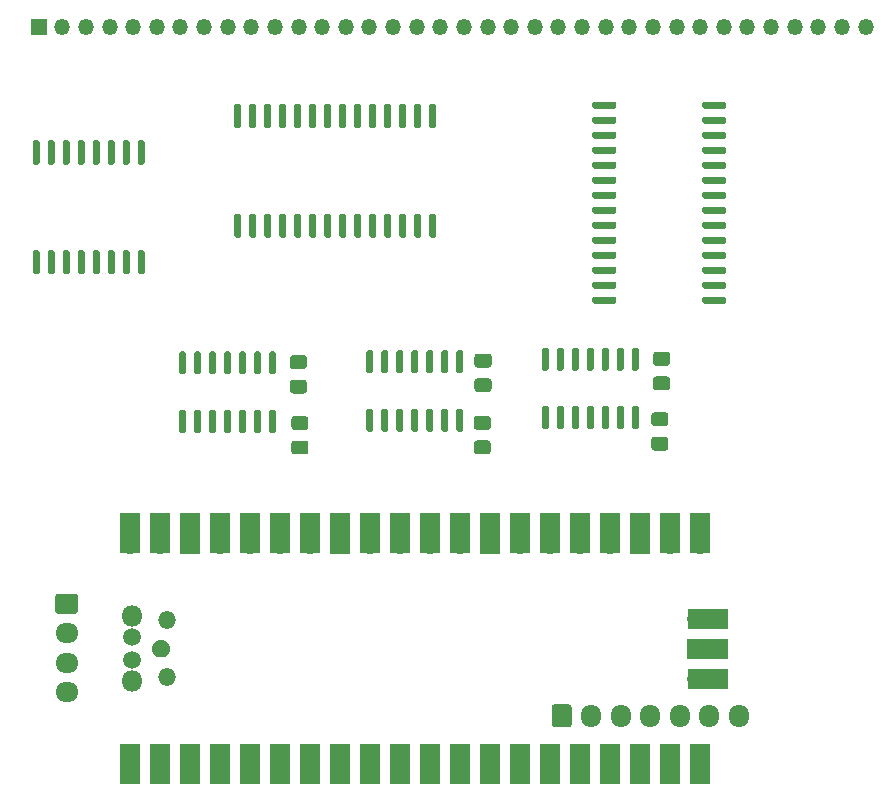
<source format=gbr>
%TF.GenerationSoftware,KiCad,Pcbnew,(5.1.9)-1*%
%TF.CreationDate,2021-04-30T23:03:23+10:00*%
%TF.ProjectId,RedPyKeeb_MCU,52656450-794b-4656-9562-5f4d43552e6b,rev?*%
%TF.SameCoordinates,Original*%
%TF.FileFunction,Soldermask,Bot*%
%TF.FilePolarity,Negative*%
%FSLAX46Y46*%
G04 Gerber Fmt 4.6, Leading zero omitted, Abs format (unit mm)*
G04 Created by KiCad (PCBNEW (5.1.9)-1) date 2021-04-30 23:03:23*
%MOMM*%
%LPD*%
G01*
G04 APERTURE LIST*
%ADD10O,1.700000X1.700000*%
%ADD11R,1.700000X1.700000*%
%ADD12R,1.700000X3.500000*%
%ADD13O,1.800000X1.800000*%
%ADD14O,1.500000X1.500000*%
%ADD15R,3.500000X1.700000*%
%ADD16C,1.500000*%
%ADD17C,0.100000*%
%ADD18O,1.700000X1.950000*%
%ADD19O,1.950000X1.700000*%
%ADD20R,1.350000X1.350000*%
%ADD21O,1.350000X1.350000*%
G04 APERTURE END LIST*
D10*
%TO.C,U0*%
X63628600Y-82089900D03*
X66168600Y-82089900D03*
D11*
X68708600Y-82089900D03*
D10*
X71248600Y-82089900D03*
X73788600Y-82089900D03*
X76328600Y-82089900D03*
X78868600Y-82089900D03*
D11*
X81408600Y-82089900D03*
D10*
X83948600Y-82089900D03*
X86488600Y-82089900D03*
X89028600Y-82089900D03*
X91568600Y-82089900D03*
D11*
X94108600Y-82089900D03*
D10*
X96648600Y-82089900D03*
X99188600Y-82089900D03*
X101728600Y-82089900D03*
X104268600Y-82089900D03*
D11*
X106808600Y-82089900D03*
D10*
X109348600Y-82089900D03*
X111888600Y-82089900D03*
X111888600Y-99869900D03*
X109348600Y-99869900D03*
D11*
X106808600Y-99869900D03*
D10*
X104268600Y-99869900D03*
X101728600Y-99869900D03*
X99188600Y-99869900D03*
X96648600Y-99869900D03*
D11*
X94108600Y-99869900D03*
D10*
X91568600Y-99869900D03*
X89028600Y-99869900D03*
X86488600Y-99869900D03*
X83948600Y-99869900D03*
D11*
X81408600Y-99869900D03*
D10*
X78868600Y-99869900D03*
X76328600Y-99869900D03*
X73788600Y-99869900D03*
X71248600Y-99869900D03*
D11*
X68708600Y-99869900D03*
D10*
X66168600Y-99869900D03*
X63628600Y-99869900D03*
D12*
X63628600Y-81189900D03*
X66168600Y-81189900D03*
X68708600Y-81189900D03*
X71248600Y-81189900D03*
X73788600Y-81189900D03*
X76328600Y-81189900D03*
X78868600Y-81189900D03*
X81408600Y-81189900D03*
X83948600Y-81189900D03*
X86488600Y-81189900D03*
X89028600Y-81189900D03*
X91568600Y-81189900D03*
X94108600Y-81189900D03*
X96648600Y-81189900D03*
X99188600Y-81189900D03*
X101728600Y-81189900D03*
X104268600Y-81189900D03*
X106808600Y-81189900D03*
X109348600Y-81189900D03*
X111888600Y-81189900D03*
X63628600Y-100769900D03*
X66168600Y-100769900D03*
X68708600Y-100769900D03*
X71248600Y-100769900D03*
X73788600Y-100769900D03*
X76328600Y-100769900D03*
X78868600Y-100769900D03*
X81408600Y-100769900D03*
X83948600Y-100769900D03*
X86488600Y-100769900D03*
X89028600Y-100769900D03*
X91568600Y-100769900D03*
X94108600Y-100769900D03*
X96648600Y-100769900D03*
X99188600Y-100769900D03*
X101728600Y-100769900D03*
X104268600Y-100769900D03*
X106808600Y-100769900D03*
X109348600Y-100769900D03*
X111888600Y-100769900D03*
D13*
X63758600Y-88254900D03*
X63758600Y-93704900D03*
D14*
X66788600Y-88554900D03*
X66788600Y-93404900D03*
D15*
X112558600Y-88439900D03*
D10*
X111658600Y-88439900D03*
D15*
X112558600Y-90979900D03*
D11*
X111658600Y-90979900D03*
D15*
X112558600Y-93519900D03*
D10*
X111658600Y-93519900D03*
D16*
X63758600Y-89979900D03*
X63758600Y-91979900D03*
D17*
G36*
X65516718Y-90869852D02*
G01*
X65531077Y-90797665D01*
X65552442Y-90727233D01*
X65580608Y-90659234D01*
X65615304Y-90594323D01*
X65656194Y-90533126D01*
X65702887Y-90476231D01*
X65709817Y-90469301D01*
X65712406Y-90460766D01*
X65717027Y-90452121D01*
X65723245Y-90444545D01*
X65730821Y-90438327D01*
X65739466Y-90433706D01*
X65748001Y-90431117D01*
X65754931Y-90424187D01*
X65811826Y-90377494D01*
X65873023Y-90336604D01*
X65937934Y-90301908D01*
X66005933Y-90273742D01*
X66076365Y-90252377D01*
X66148552Y-90238018D01*
X66221799Y-90230803D01*
X66295401Y-90230803D01*
X66368648Y-90238018D01*
X66440835Y-90252377D01*
X66511267Y-90273742D01*
X66579266Y-90301908D01*
X66644177Y-90336604D01*
X66705374Y-90377494D01*
X66762269Y-90424187D01*
X66769199Y-90431117D01*
X66777734Y-90433706D01*
X66786379Y-90438327D01*
X66793955Y-90444545D01*
X66800173Y-90452121D01*
X66804794Y-90460766D01*
X66807383Y-90469301D01*
X66814313Y-90476231D01*
X66861006Y-90533126D01*
X66901896Y-90594323D01*
X66936592Y-90659234D01*
X66964758Y-90727233D01*
X66986123Y-90797665D01*
X67000482Y-90869852D01*
X67007697Y-90943099D01*
X67007697Y-91016701D01*
X67000482Y-91089948D01*
X66986123Y-91162135D01*
X66964758Y-91232567D01*
X66936592Y-91300566D01*
X66901896Y-91365477D01*
X66861006Y-91426674D01*
X66814313Y-91483569D01*
X66807383Y-91490499D01*
X66804794Y-91499034D01*
X66800173Y-91507679D01*
X66793955Y-91515255D01*
X66786379Y-91521473D01*
X66777734Y-91526094D01*
X66769199Y-91528683D01*
X66762269Y-91535613D01*
X66705374Y-91582306D01*
X66644177Y-91623196D01*
X66579266Y-91657892D01*
X66511267Y-91686058D01*
X66440835Y-91707423D01*
X66368648Y-91721782D01*
X66295401Y-91728997D01*
X66221799Y-91728997D01*
X66148552Y-91721782D01*
X66076365Y-91707423D01*
X66005933Y-91686058D01*
X65937934Y-91657892D01*
X65873023Y-91623196D01*
X65811826Y-91582306D01*
X65754931Y-91535613D01*
X65748001Y-91528683D01*
X65739466Y-91526094D01*
X65730821Y-91521473D01*
X65723245Y-91515255D01*
X65717027Y-91507679D01*
X65712406Y-91499034D01*
X65709817Y-91490499D01*
X65702887Y-91483569D01*
X65656194Y-91426674D01*
X65615304Y-91365477D01*
X65580608Y-91300566D01*
X65552442Y-91232567D01*
X65531077Y-91162135D01*
X65516718Y-91089948D01*
X65509503Y-91016701D01*
X65509503Y-90943099D01*
X65516718Y-90869852D01*
G37*
%TD*%
D18*
%TO.C,J2*%
X115177600Y-96672400D03*
X112677600Y-96672400D03*
X110177600Y-96672400D03*
X107677600Y-96672400D03*
X105177600Y-96672400D03*
X102677600Y-96672400D03*
G36*
G01*
X99327600Y-97397400D02*
X99327600Y-95947400D01*
G75*
G02*
X99577600Y-95697400I250000J0D01*
G01*
X100777600Y-95697400D01*
G75*
G02*
X101027600Y-95947400I0J-250000D01*
G01*
X101027600Y-97397400D01*
G75*
G02*
X100777600Y-97647400I-250000J0D01*
G01*
X99577600Y-97647400D01*
G75*
G02*
X99327600Y-97397400I0J250000D01*
G01*
G37*
%TD*%
%TO.C,U2*%
G36*
G01*
X104820300Y-44820700D02*
X104820300Y-45120700D01*
G75*
G02*
X104670300Y-45270700I-150000J0D01*
G01*
X102920300Y-45270700D01*
G75*
G02*
X102770300Y-45120700I0J150000D01*
G01*
X102770300Y-44820700D01*
G75*
G02*
X102920300Y-44670700I150000J0D01*
G01*
X104670300Y-44670700D01*
G75*
G02*
X104820300Y-44820700I0J-150000D01*
G01*
G37*
G36*
G01*
X104820300Y-46090700D02*
X104820300Y-46390700D01*
G75*
G02*
X104670300Y-46540700I-150000J0D01*
G01*
X102920300Y-46540700D01*
G75*
G02*
X102770300Y-46390700I0J150000D01*
G01*
X102770300Y-46090700D01*
G75*
G02*
X102920300Y-45940700I150000J0D01*
G01*
X104670300Y-45940700D01*
G75*
G02*
X104820300Y-46090700I0J-150000D01*
G01*
G37*
G36*
G01*
X104820300Y-47360700D02*
X104820300Y-47660700D01*
G75*
G02*
X104670300Y-47810700I-150000J0D01*
G01*
X102920300Y-47810700D01*
G75*
G02*
X102770300Y-47660700I0J150000D01*
G01*
X102770300Y-47360700D01*
G75*
G02*
X102920300Y-47210700I150000J0D01*
G01*
X104670300Y-47210700D01*
G75*
G02*
X104820300Y-47360700I0J-150000D01*
G01*
G37*
G36*
G01*
X104820300Y-48630700D02*
X104820300Y-48930700D01*
G75*
G02*
X104670300Y-49080700I-150000J0D01*
G01*
X102920300Y-49080700D01*
G75*
G02*
X102770300Y-48930700I0J150000D01*
G01*
X102770300Y-48630700D01*
G75*
G02*
X102920300Y-48480700I150000J0D01*
G01*
X104670300Y-48480700D01*
G75*
G02*
X104820300Y-48630700I0J-150000D01*
G01*
G37*
G36*
G01*
X104820300Y-49900700D02*
X104820300Y-50200700D01*
G75*
G02*
X104670300Y-50350700I-150000J0D01*
G01*
X102920300Y-50350700D01*
G75*
G02*
X102770300Y-50200700I0J150000D01*
G01*
X102770300Y-49900700D01*
G75*
G02*
X102920300Y-49750700I150000J0D01*
G01*
X104670300Y-49750700D01*
G75*
G02*
X104820300Y-49900700I0J-150000D01*
G01*
G37*
G36*
G01*
X104820300Y-51170700D02*
X104820300Y-51470700D01*
G75*
G02*
X104670300Y-51620700I-150000J0D01*
G01*
X102920300Y-51620700D01*
G75*
G02*
X102770300Y-51470700I0J150000D01*
G01*
X102770300Y-51170700D01*
G75*
G02*
X102920300Y-51020700I150000J0D01*
G01*
X104670300Y-51020700D01*
G75*
G02*
X104820300Y-51170700I0J-150000D01*
G01*
G37*
G36*
G01*
X104820300Y-52440700D02*
X104820300Y-52740700D01*
G75*
G02*
X104670300Y-52890700I-150000J0D01*
G01*
X102920300Y-52890700D01*
G75*
G02*
X102770300Y-52740700I0J150000D01*
G01*
X102770300Y-52440700D01*
G75*
G02*
X102920300Y-52290700I150000J0D01*
G01*
X104670300Y-52290700D01*
G75*
G02*
X104820300Y-52440700I0J-150000D01*
G01*
G37*
G36*
G01*
X104820300Y-53710700D02*
X104820300Y-54010700D01*
G75*
G02*
X104670300Y-54160700I-150000J0D01*
G01*
X102920300Y-54160700D01*
G75*
G02*
X102770300Y-54010700I0J150000D01*
G01*
X102770300Y-53710700D01*
G75*
G02*
X102920300Y-53560700I150000J0D01*
G01*
X104670300Y-53560700D01*
G75*
G02*
X104820300Y-53710700I0J-150000D01*
G01*
G37*
G36*
G01*
X104820300Y-54980700D02*
X104820300Y-55280700D01*
G75*
G02*
X104670300Y-55430700I-150000J0D01*
G01*
X102920300Y-55430700D01*
G75*
G02*
X102770300Y-55280700I0J150000D01*
G01*
X102770300Y-54980700D01*
G75*
G02*
X102920300Y-54830700I150000J0D01*
G01*
X104670300Y-54830700D01*
G75*
G02*
X104820300Y-54980700I0J-150000D01*
G01*
G37*
G36*
G01*
X104820300Y-56250700D02*
X104820300Y-56550700D01*
G75*
G02*
X104670300Y-56700700I-150000J0D01*
G01*
X102920300Y-56700700D01*
G75*
G02*
X102770300Y-56550700I0J150000D01*
G01*
X102770300Y-56250700D01*
G75*
G02*
X102920300Y-56100700I150000J0D01*
G01*
X104670300Y-56100700D01*
G75*
G02*
X104820300Y-56250700I0J-150000D01*
G01*
G37*
G36*
G01*
X104820300Y-57520700D02*
X104820300Y-57820700D01*
G75*
G02*
X104670300Y-57970700I-150000J0D01*
G01*
X102920300Y-57970700D01*
G75*
G02*
X102770300Y-57820700I0J150000D01*
G01*
X102770300Y-57520700D01*
G75*
G02*
X102920300Y-57370700I150000J0D01*
G01*
X104670300Y-57370700D01*
G75*
G02*
X104820300Y-57520700I0J-150000D01*
G01*
G37*
G36*
G01*
X104820300Y-58790700D02*
X104820300Y-59090700D01*
G75*
G02*
X104670300Y-59240700I-150000J0D01*
G01*
X102920300Y-59240700D01*
G75*
G02*
X102770300Y-59090700I0J150000D01*
G01*
X102770300Y-58790700D01*
G75*
G02*
X102920300Y-58640700I150000J0D01*
G01*
X104670300Y-58640700D01*
G75*
G02*
X104820300Y-58790700I0J-150000D01*
G01*
G37*
G36*
G01*
X104820300Y-60060700D02*
X104820300Y-60360700D01*
G75*
G02*
X104670300Y-60510700I-150000J0D01*
G01*
X102920300Y-60510700D01*
G75*
G02*
X102770300Y-60360700I0J150000D01*
G01*
X102770300Y-60060700D01*
G75*
G02*
X102920300Y-59910700I150000J0D01*
G01*
X104670300Y-59910700D01*
G75*
G02*
X104820300Y-60060700I0J-150000D01*
G01*
G37*
G36*
G01*
X104820300Y-61330700D02*
X104820300Y-61630700D01*
G75*
G02*
X104670300Y-61780700I-150000J0D01*
G01*
X102920300Y-61780700D01*
G75*
G02*
X102770300Y-61630700I0J150000D01*
G01*
X102770300Y-61330700D01*
G75*
G02*
X102920300Y-61180700I150000J0D01*
G01*
X104670300Y-61180700D01*
G75*
G02*
X104820300Y-61330700I0J-150000D01*
G01*
G37*
G36*
G01*
X114120300Y-61330700D02*
X114120300Y-61630700D01*
G75*
G02*
X113970300Y-61780700I-150000J0D01*
G01*
X112220300Y-61780700D01*
G75*
G02*
X112070300Y-61630700I0J150000D01*
G01*
X112070300Y-61330700D01*
G75*
G02*
X112220300Y-61180700I150000J0D01*
G01*
X113970300Y-61180700D01*
G75*
G02*
X114120300Y-61330700I0J-150000D01*
G01*
G37*
G36*
G01*
X114120300Y-60060700D02*
X114120300Y-60360700D01*
G75*
G02*
X113970300Y-60510700I-150000J0D01*
G01*
X112220300Y-60510700D01*
G75*
G02*
X112070300Y-60360700I0J150000D01*
G01*
X112070300Y-60060700D01*
G75*
G02*
X112220300Y-59910700I150000J0D01*
G01*
X113970300Y-59910700D01*
G75*
G02*
X114120300Y-60060700I0J-150000D01*
G01*
G37*
G36*
G01*
X114120300Y-58790700D02*
X114120300Y-59090700D01*
G75*
G02*
X113970300Y-59240700I-150000J0D01*
G01*
X112220300Y-59240700D01*
G75*
G02*
X112070300Y-59090700I0J150000D01*
G01*
X112070300Y-58790700D01*
G75*
G02*
X112220300Y-58640700I150000J0D01*
G01*
X113970300Y-58640700D01*
G75*
G02*
X114120300Y-58790700I0J-150000D01*
G01*
G37*
G36*
G01*
X114120300Y-57520700D02*
X114120300Y-57820700D01*
G75*
G02*
X113970300Y-57970700I-150000J0D01*
G01*
X112220300Y-57970700D01*
G75*
G02*
X112070300Y-57820700I0J150000D01*
G01*
X112070300Y-57520700D01*
G75*
G02*
X112220300Y-57370700I150000J0D01*
G01*
X113970300Y-57370700D01*
G75*
G02*
X114120300Y-57520700I0J-150000D01*
G01*
G37*
G36*
G01*
X114120300Y-56250700D02*
X114120300Y-56550700D01*
G75*
G02*
X113970300Y-56700700I-150000J0D01*
G01*
X112220300Y-56700700D01*
G75*
G02*
X112070300Y-56550700I0J150000D01*
G01*
X112070300Y-56250700D01*
G75*
G02*
X112220300Y-56100700I150000J0D01*
G01*
X113970300Y-56100700D01*
G75*
G02*
X114120300Y-56250700I0J-150000D01*
G01*
G37*
G36*
G01*
X114120300Y-54980700D02*
X114120300Y-55280700D01*
G75*
G02*
X113970300Y-55430700I-150000J0D01*
G01*
X112220300Y-55430700D01*
G75*
G02*
X112070300Y-55280700I0J150000D01*
G01*
X112070300Y-54980700D01*
G75*
G02*
X112220300Y-54830700I150000J0D01*
G01*
X113970300Y-54830700D01*
G75*
G02*
X114120300Y-54980700I0J-150000D01*
G01*
G37*
G36*
G01*
X114120300Y-53710700D02*
X114120300Y-54010700D01*
G75*
G02*
X113970300Y-54160700I-150000J0D01*
G01*
X112220300Y-54160700D01*
G75*
G02*
X112070300Y-54010700I0J150000D01*
G01*
X112070300Y-53710700D01*
G75*
G02*
X112220300Y-53560700I150000J0D01*
G01*
X113970300Y-53560700D01*
G75*
G02*
X114120300Y-53710700I0J-150000D01*
G01*
G37*
G36*
G01*
X114120300Y-52440700D02*
X114120300Y-52740700D01*
G75*
G02*
X113970300Y-52890700I-150000J0D01*
G01*
X112220300Y-52890700D01*
G75*
G02*
X112070300Y-52740700I0J150000D01*
G01*
X112070300Y-52440700D01*
G75*
G02*
X112220300Y-52290700I150000J0D01*
G01*
X113970300Y-52290700D01*
G75*
G02*
X114120300Y-52440700I0J-150000D01*
G01*
G37*
G36*
G01*
X114120300Y-51170700D02*
X114120300Y-51470700D01*
G75*
G02*
X113970300Y-51620700I-150000J0D01*
G01*
X112220300Y-51620700D01*
G75*
G02*
X112070300Y-51470700I0J150000D01*
G01*
X112070300Y-51170700D01*
G75*
G02*
X112220300Y-51020700I150000J0D01*
G01*
X113970300Y-51020700D01*
G75*
G02*
X114120300Y-51170700I0J-150000D01*
G01*
G37*
G36*
G01*
X114120300Y-49900700D02*
X114120300Y-50200700D01*
G75*
G02*
X113970300Y-50350700I-150000J0D01*
G01*
X112220300Y-50350700D01*
G75*
G02*
X112070300Y-50200700I0J150000D01*
G01*
X112070300Y-49900700D01*
G75*
G02*
X112220300Y-49750700I150000J0D01*
G01*
X113970300Y-49750700D01*
G75*
G02*
X114120300Y-49900700I0J-150000D01*
G01*
G37*
G36*
G01*
X114120300Y-48630700D02*
X114120300Y-48930700D01*
G75*
G02*
X113970300Y-49080700I-150000J0D01*
G01*
X112220300Y-49080700D01*
G75*
G02*
X112070300Y-48930700I0J150000D01*
G01*
X112070300Y-48630700D01*
G75*
G02*
X112220300Y-48480700I150000J0D01*
G01*
X113970300Y-48480700D01*
G75*
G02*
X114120300Y-48630700I0J-150000D01*
G01*
G37*
G36*
G01*
X114120300Y-47360700D02*
X114120300Y-47660700D01*
G75*
G02*
X113970300Y-47810700I-150000J0D01*
G01*
X112220300Y-47810700D01*
G75*
G02*
X112070300Y-47660700I0J150000D01*
G01*
X112070300Y-47360700D01*
G75*
G02*
X112220300Y-47210700I150000J0D01*
G01*
X113970300Y-47210700D01*
G75*
G02*
X114120300Y-47360700I0J-150000D01*
G01*
G37*
G36*
G01*
X114120300Y-46090700D02*
X114120300Y-46390700D01*
G75*
G02*
X113970300Y-46540700I-150000J0D01*
G01*
X112220300Y-46540700D01*
G75*
G02*
X112070300Y-46390700I0J150000D01*
G01*
X112070300Y-46090700D01*
G75*
G02*
X112220300Y-45940700I150000J0D01*
G01*
X113970300Y-45940700D01*
G75*
G02*
X114120300Y-46090700I0J-150000D01*
G01*
G37*
G36*
G01*
X114120300Y-44820700D02*
X114120300Y-45120700D01*
G75*
G02*
X113970300Y-45270700I-150000J0D01*
G01*
X112220300Y-45270700D01*
G75*
G02*
X112070300Y-45120700I0J150000D01*
G01*
X112070300Y-44820700D01*
G75*
G02*
X112220300Y-44670700I150000J0D01*
G01*
X113970300Y-44670700D01*
G75*
G02*
X114120300Y-44820700I0J-150000D01*
G01*
G37*
%TD*%
D19*
%TO.C,J0*%
X58267600Y-94687400D03*
X58267600Y-92187400D03*
X58267600Y-89687400D03*
G36*
G01*
X57542600Y-86337400D02*
X58992600Y-86337400D01*
G75*
G02*
X59242600Y-86587400I0J-250000D01*
G01*
X59242600Y-87787400D01*
G75*
G02*
X58992600Y-88037400I-250000J0D01*
G01*
X57542600Y-88037400D01*
G75*
G02*
X57292600Y-87787400I0J250000D01*
G01*
X57292600Y-86587400D01*
G75*
G02*
X57542600Y-86337400I250000J0D01*
G01*
G37*
%TD*%
%TO.C,U1*%
G36*
G01*
X89405600Y-46895600D02*
X89105600Y-46895600D01*
G75*
G02*
X88955600Y-46745600I0J150000D01*
G01*
X88955600Y-44995600D01*
G75*
G02*
X89105600Y-44845600I150000J0D01*
G01*
X89405600Y-44845600D01*
G75*
G02*
X89555600Y-44995600I0J-150000D01*
G01*
X89555600Y-46745600D01*
G75*
G02*
X89405600Y-46895600I-150000J0D01*
G01*
G37*
G36*
G01*
X88135600Y-46895600D02*
X87835600Y-46895600D01*
G75*
G02*
X87685600Y-46745600I0J150000D01*
G01*
X87685600Y-44995600D01*
G75*
G02*
X87835600Y-44845600I150000J0D01*
G01*
X88135600Y-44845600D01*
G75*
G02*
X88285600Y-44995600I0J-150000D01*
G01*
X88285600Y-46745600D01*
G75*
G02*
X88135600Y-46895600I-150000J0D01*
G01*
G37*
G36*
G01*
X86865600Y-46895600D02*
X86565600Y-46895600D01*
G75*
G02*
X86415600Y-46745600I0J150000D01*
G01*
X86415600Y-44995600D01*
G75*
G02*
X86565600Y-44845600I150000J0D01*
G01*
X86865600Y-44845600D01*
G75*
G02*
X87015600Y-44995600I0J-150000D01*
G01*
X87015600Y-46745600D01*
G75*
G02*
X86865600Y-46895600I-150000J0D01*
G01*
G37*
G36*
G01*
X85595600Y-46895600D02*
X85295600Y-46895600D01*
G75*
G02*
X85145600Y-46745600I0J150000D01*
G01*
X85145600Y-44995600D01*
G75*
G02*
X85295600Y-44845600I150000J0D01*
G01*
X85595600Y-44845600D01*
G75*
G02*
X85745600Y-44995600I0J-150000D01*
G01*
X85745600Y-46745600D01*
G75*
G02*
X85595600Y-46895600I-150000J0D01*
G01*
G37*
G36*
G01*
X84325600Y-46895600D02*
X84025600Y-46895600D01*
G75*
G02*
X83875600Y-46745600I0J150000D01*
G01*
X83875600Y-44995600D01*
G75*
G02*
X84025600Y-44845600I150000J0D01*
G01*
X84325600Y-44845600D01*
G75*
G02*
X84475600Y-44995600I0J-150000D01*
G01*
X84475600Y-46745600D01*
G75*
G02*
X84325600Y-46895600I-150000J0D01*
G01*
G37*
G36*
G01*
X83055600Y-46895600D02*
X82755600Y-46895600D01*
G75*
G02*
X82605600Y-46745600I0J150000D01*
G01*
X82605600Y-44995600D01*
G75*
G02*
X82755600Y-44845600I150000J0D01*
G01*
X83055600Y-44845600D01*
G75*
G02*
X83205600Y-44995600I0J-150000D01*
G01*
X83205600Y-46745600D01*
G75*
G02*
X83055600Y-46895600I-150000J0D01*
G01*
G37*
G36*
G01*
X81785600Y-46895600D02*
X81485600Y-46895600D01*
G75*
G02*
X81335600Y-46745600I0J150000D01*
G01*
X81335600Y-44995600D01*
G75*
G02*
X81485600Y-44845600I150000J0D01*
G01*
X81785600Y-44845600D01*
G75*
G02*
X81935600Y-44995600I0J-150000D01*
G01*
X81935600Y-46745600D01*
G75*
G02*
X81785600Y-46895600I-150000J0D01*
G01*
G37*
G36*
G01*
X80515600Y-46895600D02*
X80215600Y-46895600D01*
G75*
G02*
X80065600Y-46745600I0J150000D01*
G01*
X80065600Y-44995600D01*
G75*
G02*
X80215600Y-44845600I150000J0D01*
G01*
X80515600Y-44845600D01*
G75*
G02*
X80665600Y-44995600I0J-150000D01*
G01*
X80665600Y-46745600D01*
G75*
G02*
X80515600Y-46895600I-150000J0D01*
G01*
G37*
G36*
G01*
X79245600Y-46895600D02*
X78945600Y-46895600D01*
G75*
G02*
X78795600Y-46745600I0J150000D01*
G01*
X78795600Y-44995600D01*
G75*
G02*
X78945600Y-44845600I150000J0D01*
G01*
X79245600Y-44845600D01*
G75*
G02*
X79395600Y-44995600I0J-150000D01*
G01*
X79395600Y-46745600D01*
G75*
G02*
X79245600Y-46895600I-150000J0D01*
G01*
G37*
G36*
G01*
X77975600Y-46895600D02*
X77675600Y-46895600D01*
G75*
G02*
X77525600Y-46745600I0J150000D01*
G01*
X77525600Y-44995600D01*
G75*
G02*
X77675600Y-44845600I150000J0D01*
G01*
X77975600Y-44845600D01*
G75*
G02*
X78125600Y-44995600I0J-150000D01*
G01*
X78125600Y-46745600D01*
G75*
G02*
X77975600Y-46895600I-150000J0D01*
G01*
G37*
G36*
G01*
X76705600Y-46895600D02*
X76405600Y-46895600D01*
G75*
G02*
X76255600Y-46745600I0J150000D01*
G01*
X76255600Y-44995600D01*
G75*
G02*
X76405600Y-44845600I150000J0D01*
G01*
X76705600Y-44845600D01*
G75*
G02*
X76855600Y-44995600I0J-150000D01*
G01*
X76855600Y-46745600D01*
G75*
G02*
X76705600Y-46895600I-150000J0D01*
G01*
G37*
G36*
G01*
X75435600Y-46895600D02*
X75135600Y-46895600D01*
G75*
G02*
X74985600Y-46745600I0J150000D01*
G01*
X74985600Y-44995600D01*
G75*
G02*
X75135600Y-44845600I150000J0D01*
G01*
X75435600Y-44845600D01*
G75*
G02*
X75585600Y-44995600I0J-150000D01*
G01*
X75585600Y-46745600D01*
G75*
G02*
X75435600Y-46895600I-150000J0D01*
G01*
G37*
G36*
G01*
X74165600Y-46895600D02*
X73865600Y-46895600D01*
G75*
G02*
X73715600Y-46745600I0J150000D01*
G01*
X73715600Y-44995600D01*
G75*
G02*
X73865600Y-44845600I150000J0D01*
G01*
X74165600Y-44845600D01*
G75*
G02*
X74315600Y-44995600I0J-150000D01*
G01*
X74315600Y-46745600D01*
G75*
G02*
X74165600Y-46895600I-150000J0D01*
G01*
G37*
G36*
G01*
X72895600Y-46895600D02*
X72595600Y-46895600D01*
G75*
G02*
X72445600Y-46745600I0J150000D01*
G01*
X72445600Y-44995600D01*
G75*
G02*
X72595600Y-44845600I150000J0D01*
G01*
X72895600Y-44845600D01*
G75*
G02*
X73045600Y-44995600I0J-150000D01*
G01*
X73045600Y-46745600D01*
G75*
G02*
X72895600Y-46895600I-150000J0D01*
G01*
G37*
G36*
G01*
X72895600Y-56195600D02*
X72595600Y-56195600D01*
G75*
G02*
X72445600Y-56045600I0J150000D01*
G01*
X72445600Y-54295600D01*
G75*
G02*
X72595600Y-54145600I150000J0D01*
G01*
X72895600Y-54145600D01*
G75*
G02*
X73045600Y-54295600I0J-150000D01*
G01*
X73045600Y-56045600D01*
G75*
G02*
X72895600Y-56195600I-150000J0D01*
G01*
G37*
G36*
G01*
X74165600Y-56195600D02*
X73865600Y-56195600D01*
G75*
G02*
X73715600Y-56045600I0J150000D01*
G01*
X73715600Y-54295600D01*
G75*
G02*
X73865600Y-54145600I150000J0D01*
G01*
X74165600Y-54145600D01*
G75*
G02*
X74315600Y-54295600I0J-150000D01*
G01*
X74315600Y-56045600D01*
G75*
G02*
X74165600Y-56195600I-150000J0D01*
G01*
G37*
G36*
G01*
X75435600Y-56195600D02*
X75135600Y-56195600D01*
G75*
G02*
X74985600Y-56045600I0J150000D01*
G01*
X74985600Y-54295600D01*
G75*
G02*
X75135600Y-54145600I150000J0D01*
G01*
X75435600Y-54145600D01*
G75*
G02*
X75585600Y-54295600I0J-150000D01*
G01*
X75585600Y-56045600D01*
G75*
G02*
X75435600Y-56195600I-150000J0D01*
G01*
G37*
G36*
G01*
X76705600Y-56195600D02*
X76405600Y-56195600D01*
G75*
G02*
X76255600Y-56045600I0J150000D01*
G01*
X76255600Y-54295600D01*
G75*
G02*
X76405600Y-54145600I150000J0D01*
G01*
X76705600Y-54145600D01*
G75*
G02*
X76855600Y-54295600I0J-150000D01*
G01*
X76855600Y-56045600D01*
G75*
G02*
X76705600Y-56195600I-150000J0D01*
G01*
G37*
G36*
G01*
X77975600Y-56195600D02*
X77675600Y-56195600D01*
G75*
G02*
X77525600Y-56045600I0J150000D01*
G01*
X77525600Y-54295600D01*
G75*
G02*
X77675600Y-54145600I150000J0D01*
G01*
X77975600Y-54145600D01*
G75*
G02*
X78125600Y-54295600I0J-150000D01*
G01*
X78125600Y-56045600D01*
G75*
G02*
X77975600Y-56195600I-150000J0D01*
G01*
G37*
G36*
G01*
X79245600Y-56195600D02*
X78945600Y-56195600D01*
G75*
G02*
X78795600Y-56045600I0J150000D01*
G01*
X78795600Y-54295600D01*
G75*
G02*
X78945600Y-54145600I150000J0D01*
G01*
X79245600Y-54145600D01*
G75*
G02*
X79395600Y-54295600I0J-150000D01*
G01*
X79395600Y-56045600D01*
G75*
G02*
X79245600Y-56195600I-150000J0D01*
G01*
G37*
G36*
G01*
X80515600Y-56195600D02*
X80215600Y-56195600D01*
G75*
G02*
X80065600Y-56045600I0J150000D01*
G01*
X80065600Y-54295600D01*
G75*
G02*
X80215600Y-54145600I150000J0D01*
G01*
X80515600Y-54145600D01*
G75*
G02*
X80665600Y-54295600I0J-150000D01*
G01*
X80665600Y-56045600D01*
G75*
G02*
X80515600Y-56195600I-150000J0D01*
G01*
G37*
G36*
G01*
X81785600Y-56195600D02*
X81485600Y-56195600D01*
G75*
G02*
X81335600Y-56045600I0J150000D01*
G01*
X81335600Y-54295600D01*
G75*
G02*
X81485600Y-54145600I150000J0D01*
G01*
X81785600Y-54145600D01*
G75*
G02*
X81935600Y-54295600I0J-150000D01*
G01*
X81935600Y-56045600D01*
G75*
G02*
X81785600Y-56195600I-150000J0D01*
G01*
G37*
G36*
G01*
X83055600Y-56195600D02*
X82755600Y-56195600D01*
G75*
G02*
X82605600Y-56045600I0J150000D01*
G01*
X82605600Y-54295600D01*
G75*
G02*
X82755600Y-54145600I150000J0D01*
G01*
X83055600Y-54145600D01*
G75*
G02*
X83205600Y-54295600I0J-150000D01*
G01*
X83205600Y-56045600D01*
G75*
G02*
X83055600Y-56195600I-150000J0D01*
G01*
G37*
G36*
G01*
X84325600Y-56195600D02*
X84025600Y-56195600D01*
G75*
G02*
X83875600Y-56045600I0J150000D01*
G01*
X83875600Y-54295600D01*
G75*
G02*
X84025600Y-54145600I150000J0D01*
G01*
X84325600Y-54145600D01*
G75*
G02*
X84475600Y-54295600I0J-150000D01*
G01*
X84475600Y-56045600D01*
G75*
G02*
X84325600Y-56195600I-150000J0D01*
G01*
G37*
G36*
G01*
X85595600Y-56195600D02*
X85295600Y-56195600D01*
G75*
G02*
X85145600Y-56045600I0J150000D01*
G01*
X85145600Y-54295600D01*
G75*
G02*
X85295600Y-54145600I150000J0D01*
G01*
X85595600Y-54145600D01*
G75*
G02*
X85745600Y-54295600I0J-150000D01*
G01*
X85745600Y-56045600D01*
G75*
G02*
X85595600Y-56195600I-150000J0D01*
G01*
G37*
G36*
G01*
X86865600Y-56195600D02*
X86565600Y-56195600D01*
G75*
G02*
X86415600Y-56045600I0J150000D01*
G01*
X86415600Y-54295600D01*
G75*
G02*
X86565600Y-54145600I150000J0D01*
G01*
X86865600Y-54145600D01*
G75*
G02*
X87015600Y-54295600I0J-150000D01*
G01*
X87015600Y-56045600D01*
G75*
G02*
X86865600Y-56195600I-150000J0D01*
G01*
G37*
G36*
G01*
X88135600Y-56195600D02*
X87835600Y-56195600D01*
G75*
G02*
X87685600Y-56045600I0J150000D01*
G01*
X87685600Y-54295600D01*
G75*
G02*
X87835600Y-54145600I150000J0D01*
G01*
X88135600Y-54145600D01*
G75*
G02*
X88285600Y-54295600I0J-150000D01*
G01*
X88285600Y-56045600D01*
G75*
G02*
X88135600Y-56195600I-150000J0D01*
G01*
G37*
G36*
G01*
X89405600Y-56195600D02*
X89105600Y-56195600D01*
G75*
G02*
X88955600Y-56045600I0J150000D01*
G01*
X88955600Y-54295600D01*
G75*
G02*
X89105600Y-54145600I150000J0D01*
G01*
X89405600Y-54145600D01*
G75*
G02*
X89555600Y-54295600I0J-150000D01*
G01*
X89555600Y-56045600D01*
G75*
G02*
X89405600Y-56195600I-150000J0D01*
G01*
G37*
%TD*%
%TO.C,U3*%
G36*
G01*
X91691600Y-67664200D02*
X91391600Y-67664200D01*
G75*
G02*
X91241600Y-67514200I0J150000D01*
G01*
X91241600Y-65864200D01*
G75*
G02*
X91391600Y-65714200I150000J0D01*
G01*
X91691600Y-65714200D01*
G75*
G02*
X91841600Y-65864200I0J-150000D01*
G01*
X91841600Y-67514200D01*
G75*
G02*
X91691600Y-67664200I-150000J0D01*
G01*
G37*
G36*
G01*
X90421600Y-67664200D02*
X90121600Y-67664200D01*
G75*
G02*
X89971600Y-67514200I0J150000D01*
G01*
X89971600Y-65864200D01*
G75*
G02*
X90121600Y-65714200I150000J0D01*
G01*
X90421600Y-65714200D01*
G75*
G02*
X90571600Y-65864200I0J-150000D01*
G01*
X90571600Y-67514200D01*
G75*
G02*
X90421600Y-67664200I-150000J0D01*
G01*
G37*
G36*
G01*
X89151600Y-67664200D02*
X88851600Y-67664200D01*
G75*
G02*
X88701600Y-67514200I0J150000D01*
G01*
X88701600Y-65864200D01*
G75*
G02*
X88851600Y-65714200I150000J0D01*
G01*
X89151600Y-65714200D01*
G75*
G02*
X89301600Y-65864200I0J-150000D01*
G01*
X89301600Y-67514200D01*
G75*
G02*
X89151600Y-67664200I-150000J0D01*
G01*
G37*
G36*
G01*
X87881600Y-67664200D02*
X87581600Y-67664200D01*
G75*
G02*
X87431600Y-67514200I0J150000D01*
G01*
X87431600Y-65864200D01*
G75*
G02*
X87581600Y-65714200I150000J0D01*
G01*
X87881600Y-65714200D01*
G75*
G02*
X88031600Y-65864200I0J-150000D01*
G01*
X88031600Y-67514200D01*
G75*
G02*
X87881600Y-67664200I-150000J0D01*
G01*
G37*
G36*
G01*
X86611600Y-67664200D02*
X86311600Y-67664200D01*
G75*
G02*
X86161600Y-67514200I0J150000D01*
G01*
X86161600Y-65864200D01*
G75*
G02*
X86311600Y-65714200I150000J0D01*
G01*
X86611600Y-65714200D01*
G75*
G02*
X86761600Y-65864200I0J-150000D01*
G01*
X86761600Y-67514200D01*
G75*
G02*
X86611600Y-67664200I-150000J0D01*
G01*
G37*
G36*
G01*
X85341600Y-67664200D02*
X85041600Y-67664200D01*
G75*
G02*
X84891600Y-67514200I0J150000D01*
G01*
X84891600Y-65864200D01*
G75*
G02*
X85041600Y-65714200I150000J0D01*
G01*
X85341600Y-65714200D01*
G75*
G02*
X85491600Y-65864200I0J-150000D01*
G01*
X85491600Y-67514200D01*
G75*
G02*
X85341600Y-67664200I-150000J0D01*
G01*
G37*
G36*
G01*
X84071600Y-67664200D02*
X83771600Y-67664200D01*
G75*
G02*
X83621600Y-67514200I0J150000D01*
G01*
X83621600Y-65864200D01*
G75*
G02*
X83771600Y-65714200I150000J0D01*
G01*
X84071600Y-65714200D01*
G75*
G02*
X84221600Y-65864200I0J-150000D01*
G01*
X84221600Y-67514200D01*
G75*
G02*
X84071600Y-67664200I-150000J0D01*
G01*
G37*
G36*
G01*
X84071600Y-72614200D02*
X83771600Y-72614200D01*
G75*
G02*
X83621600Y-72464200I0J150000D01*
G01*
X83621600Y-70814200D01*
G75*
G02*
X83771600Y-70664200I150000J0D01*
G01*
X84071600Y-70664200D01*
G75*
G02*
X84221600Y-70814200I0J-150000D01*
G01*
X84221600Y-72464200D01*
G75*
G02*
X84071600Y-72614200I-150000J0D01*
G01*
G37*
G36*
G01*
X85341600Y-72614200D02*
X85041600Y-72614200D01*
G75*
G02*
X84891600Y-72464200I0J150000D01*
G01*
X84891600Y-70814200D01*
G75*
G02*
X85041600Y-70664200I150000J0D01*
G01*
X85341600Y-70664200D01*
G75*
G02*
X85491600Y-70814200I0J-150000D01*
G01*
X85491600Y-72464200D01*
G75*
G02*
X85341600Y-72614200I-150000J0D01*
G01*
G37*
G36*
G01*
X86611600Y-72614200D02*
X86311600Y-72614200D01*
G75*
G02*
X86161600Y-72464200I0J150000D01*
G01*
X86161600Y-70814200D01*
G75*
G02*
X86311600Y-70664200I150000J0D01*
G01*
X86611600Y-70664200D01*
G75*
G02*
X86761600Y-70814200I0J-150000D01*
G01*
X86761600Y-72464200D01*
G75*
G02*
X86611600Y-72614200I-150000J0D01*
G01*
G37*
G36*
G01*
X87881600Y-72614200D02*
X87581600Y-72614200D01*
G75*
G02*
X87431600Y-72464200I0J150000D01*
G01*
X87431600Y-70814200D01*
G75*
G02*
X87581600Y-70664200I150000J0D01*
G01*
X87881600Y-70664200D01*
G75*
G02*
X88031600Y-70814200I0J-150000D01*
G01*
X88031600Y-72464200D01*
G75*
G02*
X87881600Y-72614200I-150000J0D01*
G01*
G37*
G36*
G01*
X89151600Y-72614200D02*
X88851600Y-72614200D01*
G75*
G02*
X88701600Y-72464200I0J150000D01*
G01*
X88701600Y-70814200D01*
G75*
G02*
X88851600Y-70664200I150000J0D01*
G01*
X89151600Y-70664200D01*
G75*
G02*
X89301600Y-70814200I0J-150000D01*
G01*
X89301600Y-72464200D01*
G75*
G02*
X89151600Y-72614200I-150000J0D01*
G01*
G37*
G36*
G01*
X90421600Y-72614200D02*
X90121600Y-72614200D01*
G75*
G02*
X89971600Y-72464200I0J150000D01*
G01*
X89971600Y-70814200D01*
G75*
G02*
X90121600Y-70664200I150000J0D01*
G01*
X90421600Y-70664200D01*
G75*
G02*
X90571600Y-70814200I0J-150000D01*
G01*
X90571600Y-72464200D01*
G75*
G02*
X90421600Y-72614200I-150000J0D01*
G01*
G37*
G36*
G01*
X91691600Y-72614200D02*
X91391600Y-72614200D01*
G75*
G02*
X91241600Y-72464200I0J150000D01*
G01*
X91241600Y-70814200D01*
G75*
G02*
X91391600Y-70664200I150000J0D01*
G01*
X91691600Y-70664200D01*
G75*
G02*
X91841600Y-70814200I0J-150000D01*
G01*
X91841600Y-72464200D01*
G75*
G02*
X91691600Y-72614200I-150000J0D01*
G01*
G37*
%TD*%
%TO.C,C5*%
G36*
G01*
X93997800Y-67190200D02*
X93047800Y-67190200D01*
G75*
G02*
X92797800Y-66940200I0J250000D01*
G01*
X92797800Y-66265200D01*
G75*
G02*
X93047800Y-66015200I250000J0D01*
G01*
X93997800Y-66015200D01*
G75*
G02*
X94247800Y-66265200I0J-250000D01*
G01*
X94247800Y-66940200D01*
G75*
G02*
X93997800Y-67190200I-250000J0D01*
G01*
G37*
G36*
G01*
X93997800Y-69265200D02*
X93047800Y-69265200D01*
G75*
G02*
X92797800Y-69015200I0J250000D01*
G01*
X92797800Y-68340200D01*
G75*
G02*
X93047800Y-68090200I250000J0D01*
G01*
X93997800Y-68090200D01*
G75*
G02*
X94247800Y-68340200I0J-250000D01*
G01*
X94247800Y-69015200D01*
G75*
G02*
X93997800Y-69265200I-250000J0D01*
G01*
G37*
%TD*%
%TO.C,C7*%
G36*
G01*
X93934300Y-72460700D02*
X92984300Y-72460700D01*
G75*
G02*
X92734300Y-72210700I0J250000D01*
G01*
X92734300Y-71535700D01*
G75*
G02*
X92984300Y-71285700I250000J0D01*
G01*
X93934300Y-71285700D01*
G75*
G02*
X94184300Y-71535700I0J-250000D01*
G01*
X94184300Y-72210700D01*
G75*
G02*
X93934300Y-72460700I-250000J0D01*
G01*
G37*
G36*
G01*
X93934300Y-74535700D02*
X92984300Y-74535700D01*
G75*
G02*
X92734300Y-74285700I0J250000D01*
G01*
X92734300Y-73610700D01*
G75*
G02*
X92984300Y-73360700I250000J0D01*
G01*
X93934300Y-73360700D01*
G75*
G02*
X94184300Y-73610700I0J-250000D01*
G01*
X94184300Y-74285700D01*
G75*
G02*
X93934300Y-74535700I-250000J0D01*
G01*
G37*
%TD*%
%TO.C,C3*%
G36*
G01*
X78364100Y-67317200D02*
X77414100Y-67317200D01*
G75*
G02*
X77164100Y-67067200I0J250000D01*
G01*
X77164100Y-66392200D01*
G75*
G02*
X77414100Y-66142200I250000J0D01*
G01*
X78364100Y-66142200D01*
G75*
G02*
X78614100Y-66392200I0J-250000D01*
G01*
X78614100Y-67067200D01*
G75*
G02*
X78364100Y-67317200I-250000J0D01*
G01*
G37*
G36*
G01*
X78364100Y-69392200D02*
X77414100Y-69392200D01*
G75*
G02*
X77164100Y-69142200I0J250000D01*
G01*
X77164100Y-68467200D01*
G75*
G02*
X77414100Y-68217200I250000J0D01*
G01*
X78364100Y-68217200D01*
G75*
G02*
X78614100Y-68467200I0J-250000D01*
G01*
X78614100Y-69142200D01*
G75*
G02*
X78364100Y-69392200I-250000J0D01*
G01*
G37*
%TD*%
%TO.C,C4*%
G36*
G01*
X78491100Y-74548400D02*
X77541100Y-74548400D01*
G75*
G02*
X77291100Y-74298400I0J250000D01*
G01*
X77291100Y-73623400D01*
G75*
G02*
X77541100Y-73373400I250000J0D01*
G01*
X78491100Y-73373400D01*
G75*
G02*
X78741100Y-73623400I0J-250000D01*
G01*
X78741100Y-74298400D01*
G75*
G02*
X78491100Y-74548400I-250000J0D01*
G01*
G37*
G36*
G01*
X78491100Y-72473400D02*
X77541100Y-72473400D01*
G75*
G02*
X77291100Y-72223400I0J250000D01*
G01*
X77291100Y-71548400D01*
G75*
G02*
X77541100Y-71298400I250000J0D01*
G01*
X78491100Y-71298400D01*
G75*
G02*
X78741100Y-71548400I0J-250000D01*
G01*
X78741100Y-72223400D01*
G75*
G02*
X78491100Y-72473400I-250000J0D01*
G01*
G37*
%TD*%
%TO.C,C8*%
G36*
G01*
X109110800Y-69112800D02*
X108160800Y-69112800D01*
G75*
G02*
X107910800Y-68862800I0J250000D01*
G01*
X107910800Y-68187800D01*
G75*
G02*
X108160800Y-67937800I250000J0D01*
G01*
X109110800Y-67937800D01*
G75*
G02*
X109360800Y-68187800I0J-250000D01*
G01*
X109360800Y-68862800D01*
G75*
G02*
X109110800Y-69112800I-250000J0D01*
G01*
G37*
G36*
G01*
X109110800Y-67037800D02*
X108160800Y-67037800D01*
G75*
G02*
X107910800Y-66787800I0J250000D01*
G01*
X107910800Y-66112800D01*
G75*
G02*
X108160800Y-65862800I250000J0D01*
G01*
X109110800Y-65862800D01*
G75*
G02*
X109360800Y-66112800I0J-250000D01*
G01*
X109360800Y-66787800D01*
G75*
G02*
X109110800Y-67037800I-250000J0D01*
G01*
G37*
%TD*%
%TO.C,C9*%
G36*
G01*
X108971100Y-72143200D02*
X108021100Y-72143200D01*
G75*
G02*
X107771100Y-71893200I0J250000D01*
G01*
X107771100Y-71218200D01*
G75*
G02*
X108021100Y-70968200I250000J0D01*
G01*
X108971100Y-70968200D01*
G75*
G02*
X109221100Y-71218200I0J-250000D01*
G01*
X109221100Y-71893200D01*
G75*
G02*
X108971100Y-72143200I-250000J0D01*
G01*
G37*
G36*
G01*
X108971100Y-74218200D02*
X108021100Y-74218200D01*
G75*
G02*
X107771100Y-73968200I0J250000D01*
G01*
X107771100Y-73293200D01*
G75*
G02*
X108021100Y-73043200I250000J0D01*
G01*
X108971100Y-73043200D01*
G75*
G02*
X109221100Y-73293200I0J-250000D01*
G01*
X109221100Y-73968200D01*
G75*
G02*
X108971100Y-74218200I-250000J0D01*
G01*
G37*
%TD*%
%TO.C,U4*%
G36*
G01*
X75842000Y-67765800D02*
X75542000Y-67765800D01*
G75*
G02*
X75392000Y-67615800I0J150000D01*
G01*
X75392000Y-65965800D01*
G75*
G02*
X75542000Y-65815800I150000J0D01*
G01*
X75842000Y-65815800D01*
G75*
G02*
X75992000Y-65965800I0J-150000D01*
G01*
X75992000Y-67615800D01*
G75*
G02*
X75842000Y-67765800I-150000J0D01*
G01*
G37*
G36*
G01*
X74572000Y-67765800D02*
X74272000Y-67765800D01*
G75*
G02*
X74122000Y-67615800I0J150000D01*
G01*
X74122000Y-65965800D01*
G75*
G02*
X74272000Y-65815800I150000J0D01*
G01*
X74572000Y-65815800D01*
G75*
G02*
X74722000Y-65965800I0J-150000D01*
G01*
X74722000Y-67615800D01*
G75*
G02*
X74572000Y-67765800I-150000J0D01*
G01*
G37*
G36*
G01*
X73302000Y-67765800D02*
X73002000Y-67765800D01*
G75*
G02*
X72852000Y-67615800I0J150000D01*
G01*
X72852000Y-65965800D01*
G75*
G02*
X73002000Y-65815800I150000J0D01*
G01*
X73302000Y-65815800D01*
G75*
G02*
X73452000Y-65965800I0J-150000D01*
G01*
X73452000Y-67615800D01*
G75*
G02*
X73302000Y-67765800I-150000J0D01*
G01*
G37*
G36*
G01*
X72032000Y-67765800D02*
X71732000Y-67765800D01*
G75*
G02*
X71582000Y-67615800I0J150000D01*
G01*
X71582000Y-65965800D01*
G75*
G02*
X71732000Y-65815800I150000J0D01*
G01*
X72032000Y-65815800D01*
G75*
G02*
X72182000Y-65965800I0J-150000D01*
G01*
X72182000Y-67615800D01*
G75*
G02*
X72032000Y-67765800I-150000J0D01*
G01*
G37*
G36*
G01*
X70762000Y-67765800D02*
X70462000Y-67765800D01*
G75*
G02*
X70312000Y-67615800I0J150000D01*
G01*
X70312000Y-65965800D01*
G75*
G02*
X70462000Y-65815800I150000J0D01*
G01*
X70762000Y-65815800D01*
G75*
G02*
X70912000Y-65965800I0J-150000D01*
G01*
X70912000Y-67615800D01*
G75*
G02*
X70762000Y-67765800I-150000J0D01*
G01*
G37*
G36*
G01*
X69492000Y-67765800D02*
X69192000Y-67765800D01*
G75*
G02*
X69042000Y-67615800I0J150000D01*
G01*
X69042000Y-65965800D01*
G75*
G02*
X69192000Y-65815800I150000J0D01*
G01*
X69492000Y-65815800D01*
G75*
G02*
X69642000Y-65965800I0J-150000D01*
G01*
X69642000Y-67615800D01*
G75*
G02*
X69492000Y-67765800I-150000J0D01*
G01*
G37*
G36*
G01*
X68222000Y-67765800D02*
X67922000Y-67765800D01*
G75*
G02*
X67772000Y-67615800I0J150000D01*
G01*
X67772000Y-65965800D01*
G75*
G02*
X67922000Y-65815800I150000J0D01*
G01*
X68222000Y-65815800D01*
G75*
G02*
X68372000Y-65965800I0J-150000D01*
G01*
X68372000Y-67615800D01*
G75*
G02*
X68222000Y-67765800I-150000J0D01*
G01*
G37*
G36*
G01*
X68222000Y-72715800D02*
X67922000Y-72715800D01*
G75*
G02*
X67772000Y-72565800I0J150000D01*
G01*
X67772000Y-70915800D01*
G75*
G02*
X67922000Y-70765800I150000J0D01*
G01*
X68222000Y-70765800D01*
G75*
G02*
X68372000Y-70915800I0J-150000D01*
G01*
X68372000Y-72565800D01*
G75*
G02*
X68222000Y-72715800I-150000J0D01*
G01*
G37*
G36*
G01*
X69492000Y-72715800D02*
X69192000Y-72715800D01*
G75*
G02*
X69042000Y-72565800I0J150000D01*
G01*
X69042000Y-70915800D01*
G75*
G02*
X69192000Y-70765800I150000J0D01*
G01*
X69492000Y-70765800D01*
G75*
G02*
X69642000Y-70915800I0J-150000D01*
G01*
X69642000Y-72565800D01*
G75*
G02*
X69492000Y-72715800I-150000J0D01*
G01*
G37*
G36*
G01*
X70762000Y-72715800D02*
X70462000Y-72715800D01*
G75*
G02*
X70312000Y-72565800I0J150000D01*
G01*
X70312000Y-70915800D01*
G75*
G02*
X70462000Y-70765800I150000J0D01*
G01*
X70762000Y-70765800D01*
G75*
G02*
X70912000Y-70915800I0J-150000D01*
G01*
X70912000Y-72565800D01*
G75*
G02*
X70762000Y-72715800I-150000J0D01*
G01*
G37*
G36*
G01*
X72032000Y-72715800D02*
X71732000Y-72715800D01*
G75*
G02*
X71582000Y-72565800I0J150000D01*
G01*
X71582000Y-70915800D01*
G75*
G02*
X71732000Y-70765800I150000J0D01*
G01*
X72032000Y-70765800D01*
G75*
G02*
X72182000Y-70915800I0J-150000D01*
G01*
X72182000Y-72565800D01*
G75*
G02*
X72032000Y-72715800I-150000J0D01*
G01*
G37*
G36*
G01*
X73302000Y-72715800D02*
X73002000Y-72715800D01*
G75*
G02*
X72852000Y-72565800I0J150000D01*
G01*
X72852000Y-70915800D01*
G75*
G02*
X73002000Y-70765800I150000J0D01*
G01*
X73302000Y-70765800D01*
G75*
G02*
X73452000Y-70915800I0J-150000D01*
G01*
X73452000Y-72565800D01*
G75*
G02*
X73302000Y-72715800I-150000J0D01*
G01*
G37*
G36*
G01*
X74572000Y-72715800D02*
X74272000Y-72715800D01*
G75*
G02*
X74122000Y-72565800I0J150000D01*
G01*
X74122000Y-70915800D01*
G75*
G02*
X74272000Y-70765800I150000J0D01*
G01*
X74572000Y-70765800D01*
G75*
G02*
X74722000Y-70915800I0J-150000D01*
G01*
X74722000Y-72565800D01*
G75*
G02*
X74572000Y-72715800I-150000J0D01*
G01*
G37*
G36*
G01*
X75842000Y-72715800D02*
X75542000Y-72715800D01*
G75*
G02*
X75392000Y-72565800I0J150000D01*
G01*
X75392000Y-70915800D01*
G75*
G02*
X75542000Y-70765800I150000J0D01*
G01*
X75842000Y-70765800D01*
G75*
G02*
X75992000Y-70915800I0J-150000D01*
G01*
X75992000Y-72565800D01*
G75*
G02*
X75842000Y-72715800I-150000J0D01*
G01*
G37*
%TD*%
%TO.C,U5*%
G36*
G01*
X106563300Y-72398300D02*
X106263300Y-72398300D01*
G75*
G02*
X106113300Y-72248300I0J150000D01*
G01*
X106113300Y-70598300D01*
G75*
G02*
X106263300Y-70448300I150000J0D01*
G01*
X106563300Y-70448300D01*
G75*
G02*
X106713300Y-70598300I0J-150000D01*
G01*
X106713300Y-72248300D01*
G75*
G02*
X106563300Y-72398300I-150000J0D01*
G01*
G37*
G36*
G01*
X105293300Y-72398300D02*
X104993300Y-72398300D01*
G75*
G02*
X104843300Y-72248300I0J150000D01*
G01*
X104843300Y-70598300D01*
G75*
G02*
X104993300Y-70448300I150000J0D01*
G01*
X105293300Y-70448300D01*
G75*
G02*
X105443300Y-70598300I0J-150000D01*
G01*
X105443300Y-72248300D01*
G75*
G02*
X105293300Y-72398300I-150000J0D01*
G01*
G37*
G36*
G01*
X104023300Y-72398300D02*
X103723300Y-72398300D01*
G75*
G02*
X103573300Y-72248300I0J150000D01*
G01*
X103573300Y-70598300D01*
G75*
G02*
X103723300Y-70448300I150000J0D01*
G01*
X104023300Y-70448300D01*
G75*
G02*
X104173300Y-70598300I0J-150000D01*
G01*
X104173300Y-72248300D01*
G75*
G02*
X104023300Y-72398300I-150000J0D01*
G01*
G37*
G36*
G01*
X102753300Y-72398300D02*
X102453300Y-72398300D01*
G75*
G02*
X102303300Y-72248300I0J150000D01*
G01*
X102303300Y-70598300D01*
G75*
G02*
X102453300Y-70448300I150000J0D01*
G01*
X102753300Y-70448300D01*
G75*
G02*
X102903300Y-70598300I0J-150000D01*
G01*
X102903300Y-72248300D01*
G75*
G02*
X102753300Y-72398300I-150000J0D01*
G01*
G37*
G36*
G01*
X101483300Y-72398300D02*
X101183300Y-72398300D01*
G75*
G02*
X101033300Y-72248300I0J150000D01*
G01*
X101033300Y-70598300D01*
G75*
G02*
X101183300Y-70448300I150000J0D01*
G01*
X101483300Y-70448300D01*
G75*
G02*
X101633300Y-70598300I0J-150000D01*
G01*
X101633300Y-72248300D01*
G75*
G02*
X101483300Y-72398300I-150000J0D01*
G01*
G37*
G36*
G01*
X100213300Y-72398300D02*
X99913300Y-72398300D01*
G75*
G02*
X99763300Y-72248300I0J150000D01*
G01*
X99763300Y-70598300D01*
G75*
G02*
X99913300Y-70448300I150000J0D01*
G01*
X100213300Y-70448300D01*
G75*
G02*
X100363300Y-70598300I0J-150000D01*
G01*
X100363300Y-72248300D01*
G75*
G02*
X100213300Y-72398300I-150000J0D01*
G01*
G37*
G36*
G01*
X98943300Y-72398300D02*
X98643300Y-72398300D01*
G75*
G02*
X98493300Y-72248300I0J150000D01*
G01*
X98493300Y-70598300D01*
G75*
G02*
X98643300Y-70448300I150000J0D01*
G01*
X98943300Y-70448300D01*
G75*
G02*
X99093300Y-70598300I0J-150000D01*
G01*
X99093300Y-72248300D01*
G75*
G02*
X98943300Y-72398300I-150000J0D01*
G01*
G37*
G36*
G01*
X98943300Y-67448300D02*
X98643300Y-67448300D01*
G75*
G02*
X98493300Y-67298300I0J150000D01*
G01*
X98493300Y-65648300D01*
G75*
G02*
X98643300Y-65498300I150000J0D01*
G01*
X98943300Y-65498300D01*
G75*
G02*
X99093300Y-65648300I0J-150000D01*
G01*
X99093300Y-67298300D01*
G75*
G02*
X98943300Y-67448300I-150000J0D01*
G01*
G37*
G36*
G01*
X100213300Y-67448300D02*
X99913300Y-67448300D01*
G75*
G02*
X99763300Y-67298300I0J150000D01*
G01*
X99763300Y-65648300D01*
G75*
G02*
X99913300Y-65498300I150000J0D01*
G01*
X100213300Y-65498300D01*
G75*
G02*
X100363300Y-65648300I0J-150000D01*
G01*
X100363300Y-67298300D01*
G75*
G02*
X100213300Y-67448300I-150000J0D01*
G01*
G37*
G36*
G01*
X101483300Y-67448300D02*
X101183300Y-67448300D01*
G75*
G02*
X101033300Y-67298300I0J150000D01*
G01*
X101033300Y-65648300D01*
G75*
G02*
X101183300Y-65498300I150000J0D01*
G01*
X101483300Y-65498300D01*
G75*
G02*
X101633300Y-65648300I0J-150000D01*
G01*
X101633300Y-67298300D01*
G75*
G02*
X101483300Y-67448300I-150000J0D01*
G01*
G37*
G36*
G01*
X102753300Y-67448300D02*
X102453300Y-67448300D01*
G75*
G02*
X102303300Y-67298300I0J150000D01*
G01*
X102303300Y-65648300D01*
G75*
G02*
X102453300Y-65498300I150000J0D01*
G01*
X102753300Y-65498300D01*
G75*
G02*
X102903300Y-65648300I0J-150000D01*
G01*
X102903300Y-67298300D01*
G75*
G02*
X102753300Y-67448300I-150000J0D01*
G01*
G37*
G36*
G01*
X104023300Y-67448300D02*
X103723300Y-67448300D01*
G75*
G02*
X103573300Y-67298300I0J150000D01*
G01*
X103573300Y-65648300D01*
G75*
G02*
X103723300Y-65498300I150000J0D01*
G01*
X104023300Y-65498300D01*
G75*
G02*
X104173300Y-65648300I0J-150000D01*
G01*
X104173300Y-67298300D01*
G75*
G02*
X104023300Y-67448300I-150000J0D01*
G01*
G37*
G36*
G01*
X105293300Y-67448300D02*
X104993300Y-67448300D01*
G75*
G02*
X104843300Y-67298300I0J150000D01*
G01*
X104843300Y-65648300D01*
G75*
G02*
X104993300Y-65498300I150000J0D01*
G01*
X105293300Y-65498300D01*
G75*
G02*
X105443300Y-65648300I0J-150000D01*
G01*
X105443300Y-67298300D01*
G75*
G02*
X105293300Y-67448300I-150000J0D01*
G01*
G37*
G36*
G01*
X106563300Y-67448300D02*
X106263300Y-67448300D01*
G75*
G02*
X106113300Y-67298300I0J150000D01*
G01*
X106113300Y-65648300D01*
G75*
G02*
X106263300Y-65498300I150000J0D01*
G01*
X106563300Y-65498300D01*
G75*
G02*
X106713300Y-65648300I0J-150000D01*
G01*
X106713300Y-67298300D01*
G75*
G02*
X106563300Y-67448300I-150000J0D01*
G01*
G37*
%TD*%
%TO.C,U6*%
G36*
G01*
X55554301Y-47955801D02*
X55854301Y-47955801D01*
G75*
G02*
X56004301Y-48105801I0J-150000D01*
G01*
X56004301Y-49855801D01*
G75*
G02*
X55854301Y-50005801I-150000J0D01*
G01*
X55554301Y-50005801D01*
G75*
G02*
X55404301Y-49855801I0J150000D01*
G01*
X55404301Y-48105801D01*
G75*
G02*
X55554301Y-47955801I150000J0D01*
G01*
G37*
G36*
G01*
X56824301Y-47955801D02*
X57124301Y-47955801D01*
G75*
G02*
X57274301Y-48105801I0J-150000D01*
G01*
X57274301Y-49855801D01*
G75*
G02*
X57124301Y-50005801I-150000J0D01*
G01*
X56824301Y-50005801D01*
G75*
G02*
X56674301Y-49855801I0J150000D01*
G01*
X56674301Y-48105801D01*
G75*
G02*
X56824301Y-47955801I150000J0D01*
G01*
G37*
G36*
G01*
X58094301Y-47955801D02*
X58394301Y-47955801D01*
G75*
G02*
X58544301Y-48105801I0J-150000D01*
G01*
X58544301Y-49855801D01*
G75*
G02*
X58394301Y-50005801I-150000J0D01*
G01*
X58094301Y-50005801D01*
G75*
G02*
X57944301Y-49855801I0J150000D01*
G01*
X57944301Y-48105801D01*
G75*
G02*
X58094301Y-47955801I150000J0D01*
G01*
G37*
G36*
G01*
X59364301Y-47955801D02*
X59664301Y-47955801D01*
G75*
G02*
X59814301Y-48105801I0J-150000D01*
G01*
X59814301Y-49855801D01*
G75*
G02*
X59664301Y-50005801I-150000J0D01*
G01*
X59364301Y-50005801D01*
G75*
G02*
X59214301Y-49855801I0J150000D01*
G01*
X59214301Y-48105801D01*
G75*
G02*
X59364301Y-47955801I150000J0D01*
G01*
G37*
G36*
G01*
X60634301Y-47955801D02*
X60934301Y-47955801D01*
G75*
G02*
X61084301Y-48105801I0J-150000D01*
G01*
X61084301Y-49855801D01*
G75*
G02*
X60934301Y-50005801I-150000J0D01*
G01*
X60634301Y-50005801D01*
G75*
G02*
X60484301Y-49855801I0J150000D01*
G01*
X60484301Y-48105801D01*
G75*
G02*
X60634301Y-47955801I150000J0D01*
G01*
G37*
G36*
G01*
X61904301Y-47955801D02*
X62204301Y-47955801D01*
G75*
G02*
X62354301Y-48105801I0J-150000D01*
G01*
X62354301Y-49855801D01*
G75*
G02*
X62204301Y-50005801I-150000J0D01*
G01*
X61904301Y-50005801D01*
G75*
G02*
X61754301Y-49855801I0J150000D01*
G01*
X61754301Y-48105801D01*
G75*
G02*
X61904301Y-47955801I150000J0D01*
G01*
G37*
G36*
G01*
X63174301Y-47955801D02*
X63474301Y-47955801D01*
G75*
G02*
X63624301Y-48105801I0J-150000D01*
G01*
X63624301Y-49855801D01*
G75*
G02*
X63474301Y-50005801I-150000J0D01*
G01*
X63174301Y-50005801D01*
G75*
G02*
X63024301Y-49855801I0J150000D01*
G01*
X63024301Y-48105801D01*
G75*
G02*
X63174301Y-47955801I150000J0D01*
G01*
G37*
G36*
G01*
X64444301Y-47955801D02*
X64744301Y-47955801D01*
G75*
G02*
X64894301Y-48105801I0J-150000D01*
G01*
X64894301Y-49855801D01*
G75*
G02*
X64744301Y-50005801I-150000J0D01*
G01*
X64444301Y-50005801D01*
G75*
G02*
X64294301Y-49855801I0J150000D01*
G01*
X64294301Y-48105801D01*
G75*
G02*
X64444301Y-47955801I150000J0D01*
G01*
G37*
G36*
G01*
X64444301Y-57255801D02*
X64744301Y-57255801D01*
G75*
G02*
X64894301Y-57405801I0J-150000D01*
G01*
X64894301Y-59155801D01*
G75*
G02*
X64744301Y-59305801I-150000J0D01*
G01*
X64444301Y-59305801D01*
G75*
G02*
X64294301Y-59155801I0J150000D01*
G01*
X64294301Y-57405801D01*
G75*
G02*
X64444301Y-57255801I150000J0D01*
G01*
G37*
G36*
G01*
X63174301Y-57255801D02*
X63474301Y-57255801D01*
G75*
G02*
X63624301Y-57405801I0J-150000D01*
G01*
X63624301Y-59155801D01*
G75*
G02*
X63474301Y-59305801I-150000J0D01*
G01*
X63174301Y-59305801D01*
G75*
G02*
X63024301Y-59155801I0J150000D01*
G01*
X63024301Y-57405801D01*
G75*
G02*
X63174301Y-57255801I150000J0D01*
G01*
G37*
G36*
G01*
X61904301Y-57255801D02*
X62204301Y-57255801D01*
G75*
G02*
X62354301Y-57405801I0J-150000D01*
G01*
X62354301Y-59155801D01*
G75*
G02*
X62204301Y-59305801I-150000J0D01*
G01*
X61904301Y-59305801D01*
G75*
G02*
X61754301Y-59155801I0J150000D01*
G01*
X61754301Y-57405801D01*
G75*
G02*
X61904301Y-57255801I150000J0D01*
G01*
G37*
G36*
G01*
X60634301Y-57255801D02*
X60934301Y-57255801D01*
G75*
G02*
X61084301Y-57405801I0J-150000D01*
G01*
X61084301Y-59155801D01*
G75*
G02*
X60934301Y-59305801I-150000J0D01*
G01*
X60634301Y-59305801D01*
G75*
G02*
X60484301Y-59155801I0J150000D01*
G01*
X60484301Y-57405801D01*
G75*
G02*
X60634301Y-57255801I150000J0D01*
G01*
G37*
G36*
G01*
X59364301Y-57255801D02*
X59664301Y-57255801D01*
G75*
G02*
X59814301Y-57405801I0J-150000D01*
G01*
X59814301Y-59155801D01*
G75*
G02*
X59664301Y-59305801I-150000J0D01*
G01*
X59364301Y-59305801D01*
G75*
G02*
X59214301Y-59155801I0J150000D01*
G01*
X59214301Y-57405801D01*
G75*
G02*
X59364301Y-57255801I150000J0D01*
G01*
G37*
G36*
G01*
X58094301Y-57255801D02*
X58394301Y-57255801D01*
G75*
G02*
X58544301Y-57405801I0J-150000D01*
G01*
X58544301Y-59155801D01*
G75*
G02*
X58394301Y-59305801I-150000J0D01*
G01*
X58094301Y-59305801D01*
G75*
G02*
X57944301Y-59155801I0J150000D01*
G01*
X57944301Y-57405801D01*
G75*
G02*
X58094301Y-57255801I150000J0D01*
G01*
G37*
G36*
G01*
X56824301Y-57255801D02*
X57124301Y-57255801D01*
G75*
G02*
X57274301Y-57405801I0J-150000D01*
G01*
X57274301Y-59155801D01*
G75*
G02*
X57124301Y-59305801I-150000J0D01*
G01*
X56824301Y-59305801D01*
G75*
G02*
X56674301Y-59155801I0J150000D01*
G01*
X56674301Y-57405801D01*
G75*
G02*
X56824301Y-57255801I150000J0D01*
G01*
G37*
G36*
G01*
X55554301Y-57255801D02*
X55854301Y-57255801D01*
G75*
G02*
X56004301Y-57405801I0J-150000D01*
G01*
X56004301Y-59155801D01*
G75*
G02*
X55854301Y-59305801I-150000J0D01*
G01*
X55554301Y-59305801D01*
G75*
G02*
X55404301Y-59155801I0J150000D01*
G01*
X55404301Y-57405801D01*
G75*
G02*
X55554301Y-57255801I150000J0D01*
G01*
G37*
%TD*%
D20*
%TO.C,J1*%
X55905400Y-38366700D03*
D21*
X57905400Y-38366700D03*
X59905400Y-38366700D03*
X61905400Y-38366700D03*
X63905400Y-38366700D03*
X65905400Y-38366700D03*
X67905400Y-38366700D03*
X69905400Y-38366700D03*
X71905400Y-38366700D03*
X73905400Y-38366700D03*
X75905400Y-38366700D03*
X77905400Y-38366700D03*
X79905400Y-38366700D03*
X81905400Y-38366700D03*
X83905400Y-38366700D03*
X85905400Y-38366700D03*
X87905400Y-38366700D03*
X89905400Y-38366700D03*
X91905400Y-38366700D03*
X93905400Y-38366700D03*
X95905400Y-38366700D03*
X97905400Y-38366700D03*
X99905400Y-38366700D03*
X101905400Y-38366700D03*
X103905400Y-38366700D03*
X105905400Y-38366700D03*
X107905400Y-38366700D03*
X109905400Y-38366700D03*
X111905400Y-38366700D03*
X113905400Y-38366700D03*
X115905400Y-38366700D03*
X117905400Y-38366700D03*
X119905400Y-38366700D03*
X121905400Y-38366700D03*
X123905400Y-38366700D03*
X125905400Y-38366700D03*
%TD*%
M02*

</source>
